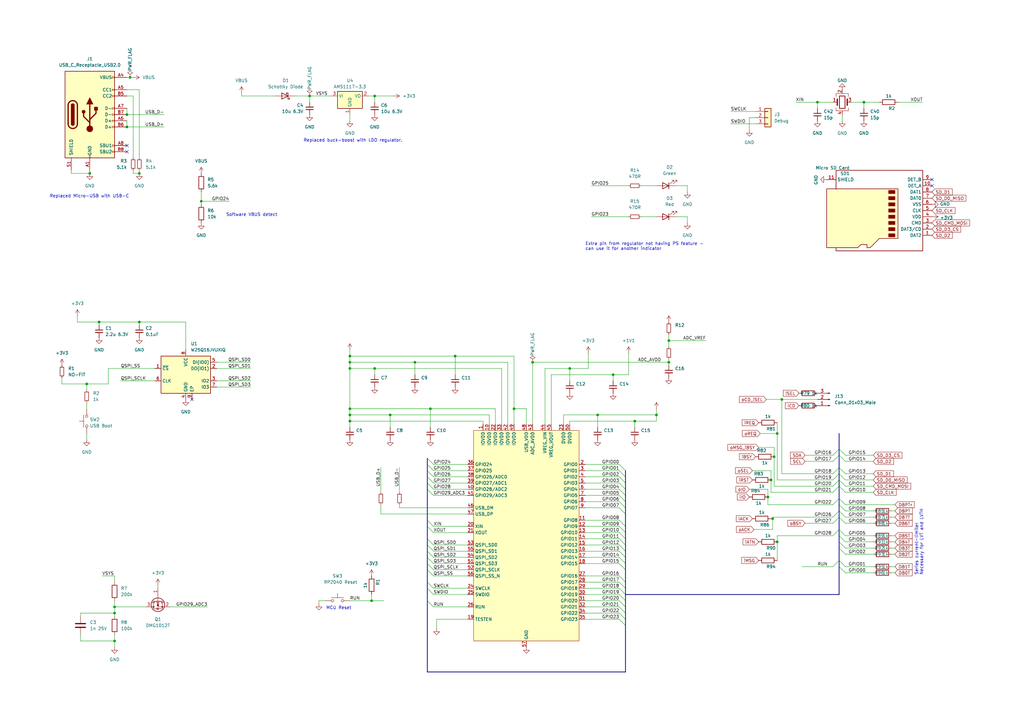
<source format=kicad_sch>
(kicad_sch (version 20231120) (generator "eeschema") (generator_version "8.0")
  (paper "A3")
  (junction (at 314.96 203.835))
  (junction (at 260.35 172.72))
  (junction (at 170.18 148.59))
  (junction (at 210.82 167.64))
  (junction (at 143.51 170.18))
  (junction (at 153.67 151.13))
  (junction (at 82.55 82.55))
  (junction (at 318.77 222.25))
  (junction (at 335.28 41.91))
  (junction (at 186.69 146.05))
  (junction (at 320.675 163.83))
  (junction (at 46.99 262.89))
  (junction (at 52.07 52.07))
  (junction (at 152.4 246.38))
  (junction (at 143.51 167.64))
  (junction (at 316.23 196.85))
  (junction (at 354.33 41.91))
  (junction (at 46.99 251.46))
  (junction (at 245.11 170.18))
  (junction (at 160.02 170.18))
  (junction (at 53.34 31.75))
  (junction (at 176.53 167.64))
  (junction (at 153.67 39.37))
  (junction (at 316.865 212.725))
  (junction (at 46.99 248.92))
  (junction (at 40.64 132.08))
  (junction (at 143.51 172.72))
  (junction (at 36.83 71.12))
  (junction (at 318.77 177.8))
  (junction (at 269.24 170.18))
  (junction (at 52.07 46.99))
  (junction (at 218.44 148.59))
  (junction (at 35.56 157.48))
  (junction (at 143.51 146.05))
  (junction (at 143.51 148.59))
  (junction (at 127 39.37))
  (junction (at 317.5 187.325))
  (junction (at 57.15 71.12))
  (junction (at 57.15 132.08))
  (junction (at 274.32 139.7))
  (junction (at 143.51 151.13))
  (junction (at 233.68 151.13))
  (junction (at 251.46 153.67))
  (junction (at 274.32 148.59))
  (no_connect (at 382.27 76.2))
  (no_connect (at 78.74 163.83))
  (no_connect (at 52.07 59.69))
  (no_connect (at 52.07 62.23))
  (no_connect (at 382.27 73.66))
  (bus_entry (at 175.26 190.5) (size 2.54 2.54))
  (bus_entry (at 254 200.66) (size 2.54 2.54))
  (bus_entry (at 175.26 246.38) (size 2.54 2.54))
  (bus_entry (at 344.17 222.25) (size 2.54 2.54))
  (bus_entry (at 254 248.92) (size 2.54 2.54))
  (bus_entry (at 254 226.06) (size 2.54 2.54))
  (bus_entry (at 254 198.12) (size 2.54 2.54))
  (bus_entry (at 341.63 219.71) (size 2.54 -2.54))
  (bus_entry (at 254 238.76) (size 2.54 2.54))
  (bus_entry (at 344.17 232.41) (size 2.54 2.54))
  (bus_entry (at 344.17 219.71) (size 2.54 2.54))
  (bus_entry (at 175.26 213.36) (size 2.54 2.54))
  (bus_entry (at 341.63 207.01) (size 2.54 -2.54))
  (bus_entry (at 175.26 193.04) (size 2.54 2.54))
  (bus_entry (at 175.26 195.58) (size 2.54 2.54))
  (bus_entry (at 341.63 194.31) (size 2.54 -2.54))
  (bus_entry (at 344.17 196.85) (size 2.54 2.54))
  (bus_entry (at 175.26 226.06) (size 2.54 2.54))
  (bus_entry (at 175.26 223.52) (size 2.54 2.54))
  (bus_entry (at 175.26 233.68) (size 2.54 2.54))
  (bus_entry (at 344.17 186.69) (size 2.54 2.54))
  (bus_entry (at 175.26 241.3) (size 2.54 2.54))
  (bus_entry (at 341.63 232.41) (size 2.54 -2.54))
  (bus_entry (at 344.17 199.39) (size 2.54 2.54))
  (bus_entry (at 344.17 204.47) (size 2.54 2.54))
  (bus_entry (at 254 228.6) (size 2.54 2.54))
  (bus_entry (at 254 236.22) (size 2.54 2.54))
  (bus_entry (at 344.17 194.31) (size 2.54 2.54))
  (bus_entry (at 254 218.44) (size 2.54 2.54))
  (bus_entry (at 254 246.38) (size 2.54 2.54))
  (bus_entry (at 175.26 187.96) (size 2.54 2.54))
  (bus_entry (at 254 193.04) (size 2.54 2.54))
  (bus_entry (at 254 215.9) (size 2.54 2.54))
  (bus_entry (at 344.17 217.17) (size 2.54 2.54))
  (bus_entry (at 254 190.5) (size 2.54 2.54))
  (bus_entry (at 344.17 184.15) (size 2.54 2.54))
  (bus_entry (at 175.26 200.66) (size 2.54 2.54))
  (bus_entry (at 254 223.52) (size 2.54 2.54))
  (bus_entry (at 254 241.3) (size 2.54 2.54))
  (bus_entry (at 341.63 189.23) (size 2.54 -2.54))
  (bus_entry (at 344.17 212.09) (size 2.54 2.54))
  (bus_entry (at 175.26 238.76) (size 2.54 2.54))
  (bus_entry (at 254 251.46) (size 2.54 2.54))
  (bus_entry (at 344.17 191.77) (size 2.54 2.54))
  (bus_entry (at 254 205.74) (size 2.54 2.54))
  (bus_entry (at 254 195.58) (size 2.54 2.54))
  (bus_entry (at 254 203.2) (size 2.54 2.54))
  (bus_entry (at 254 254) (size 2.54 2.54))
  (bus_entry (at 175.26 220.98) (size 2.54 2.54))
  (bus_entry (at 344.17 207.01) (size 2.54 2.54))
  (bus_entry (at 254 220.98) (size 2.54 2.54))
  (bus_entry (at 344.17 209.55) (size 2.54 2.54))
  (bus_entry (at 254 231.14) (size 2.54 2.54))
  (bus_entry (at 175.26 231.14) (size 2.54 2.54))
  (bus_entry (at 254 243.84) (size 2.54 2.54))
  (bus_entry (at 344.17 224.79) (size 2.54 2.54))
  (bus_entry (at 175.26 228.6) (size 2.54 2.54))
  (bus_entry (at 341.63 212.09) (size 2.54 -2.54))
  (bus_entry (at 341.63 201.93) (size 2.54 -2.54))
  (bus_entry (at 341.63 199.39) (size 2.54 -2.54))
  (bus_entry (at 344.17 229.87) (size 2.54 2.54))
  (bus_entry (at 175.26 198.12) (size 2.54 2.54))
  (bus_entry (at 341.63 186.69) (size 2.54 -2.54))
  (bus_entry (at 254 208.28) (size 2.54 2.54))
  (bus_entry (at 254 213.36) (size 2.54 2.54))
  (bus_entry (at 341.63 214.63) (size 2.54 -2.54))
  (bus_entry (at 175.26 215.9) (size 2.54 2.54))
  (bus_entry (at 341.63 196.85) (size 2.54 -2.54))
  (wire (pts (xy 367.03 209.55) (xy 365.76 209.55)))
  (wire (pts (xy 143.51 172.72) (xy 143.51 170.18)))
  (bus (pts (xy 175.26 193.04) (xy 175.26 195.58)))
  (bus (pts (xy 344.17 204.47) (xy 344.17 207.01)))
  (wire (pts (xy 326.39 41.91) (xy 335.28 41.91)))
  (bus (pts (xy 256.54 243.84) (xy 256.54 246.38)))
  (wire (pts (xy 49.53 156.21) (xy 63.5 156.21)))
  (bus (pts (xy 256.54 233.68) (xy 256.54 238.76)))
  (wire (pts (xy 177.8 223.52) (xy 191.77 223.52)))
  (wire (pts (xy 316.23 193.04) (xy 316.23 196.85)))
  (wire (pts (xy 367.03 214.63) (xy 365.76 214.63)))
  (wire (pts (xy 360.68 41.91) (xy 354.33 41.91)))
  (wire (pts (xy 240.03 193.04) (xy 254 193.04)))
  (wire (pts (xy 240.03 236.22) (xy 254 236.22)))
  (wire (pts (xy 76.2 132.08) (xy 76.2 143.51)))
  (wire (pts (xy 25.4 157.48) (xy 35.56 157.48)))
  (wire (pts (xy 35.56 157.48) (xy 35.56 160.02)))
  (wire (pts (xy 31.75 132.08) (xy 40.64 132.08)))
  (bus (pts (xy 175.26 228.6) (xy 175.26 231.14)))
  (bus (pts (xy 256.54 198.12) (xy 256.54 200.66)))
  (wire (pts (xy 163.83 191.77) (xy 163.83 201.93)))
  (wire (pts (xy 318.77 177.8) (xy 318.77 196.85)))
  (wire (pts (xy 177.8 228.6) (xy 191.77 228.6)))
  (wire (pts (xy 143.51 151.13) (xy 143.51 148.59)))
  (wire (pts (xy 318.77 196.85) (xy 341.63 196.85)))
  (bus (pts (xy 175.26 241.3) (xy 175.26 246.38)))
  (wire (pts (xy 378.46 41.91) (xy 368.3 41.91)))
  (wire (pts (xy 44.45 157.48) (xy 35.56 157.48)))
  (wire (pts (xy 64.77 240.03) (xy 64.77 241.3)))
  (wire (pts (xy 233.68 151.13) (xy 233.68 156.21)))
  (bus (pts (xy 344.17 209.55) (xy 344.17 212.09)))
  (bus (pts (xy 256.54 243.84) (xy 344.17 243.84)))
  (wire (pts (xy 269.24 170.18) (xy 269.24 172.72)))
  (bus (pts (xy 175.26 233.68) (xy 175.26 238.76)))
  (bus (pts (xy 175.26 220.98) (xy 175.26 223.52)))
  (wire (pts (xy 127 39.37) (xy 135.89 39.37)))
  (wire (pts (xy 143.51 170.18) (xy 160.02 170.18)))
  (bus (pts (xy 344.17 186.69) (xy 344.17 191.77)))
  (wire (pts (xy 367.03 224.79) (xy 365.76 224.79)))
  (wire (pts (xy 346.71 194.31) (xy 358.14 194.31)))
  (wire (pts (xy 330.2 186.69) (xy 341.63 186.69)))
  (wire (pts (xy 46.99 252.73) (xy 46.99 251.46)))
  (wire (pts (xy 346.71 227.33) (xy 358.14 227.33)))
  (wire (pts (xy 223.52 151.13) (xy 233.68 151.13)))
  (wire (pts (xy 316.865 212.09) (xy 341.63 212.09)))
  (wire (pts (xy 314.96 207.01) (xy 341.63 207.01)))
  (bus (pts (xy 344.17 191.77) (xy 344.17 194.31)))
  (wire (pts (xy 308.61 193.04) (xy 316.23 193.04)))
  (wire (pts (xy 274.32 139.7) (xy 289.56 139.7)))
  (wire (pts (xy 317.5 199.39) (xy 341.63 199.39)))
  (bus (pts (xy 256.54 254) (xy 256.54 256.54)))
  (wire (pts (xy 318.77 219.71) (xy 318.77 222.25)))
  (wire (pts (xy 346.71 212.09) (xy 358.14 212.09)))
  (wire (pts (xy 311.15 183.515) (xy 317.5 183.515)))
  (bus (pts (xy 256.54 208.28) (xy 256.54 210.82)))
  (wire (pts (xy 177.8 195.58) (xy 191.77 195.58)))
  (wire (pts (xy 170.18 148.59) (xy 208.28 148.59)))
  (wire (pts (xy 318.77 222.25) (xy 318.77 229.87)))
  (wire (pts (xy 52.07 44.45) (xy 52.07 46.99)))
  (wire (pts (xy 208.28 148.59) (xy 208.28 173.99)))
  (wire (pts (xy 88.9 156.21) (xy 102.87 156.21)))
  (wire (pts (xy 143.51 170.18) (xy 143.51 167.64)))
  (wire (pts (xy 314.325 163.83) (xy 320.675 163.83)))
  (wire (pts (xy 240.03 223.52) (xy 254 223.52)))
  (wire (pts (xy 44.45 151.13) (xy 44.45 157.48)))
  (bus (pts (xy 344.17 199.39) (xy 344.17 204.47)))
  (wire (pts (xy 316.23 201.93) (xy 316.23 196.85)))
  (wire (pts (xy 57.15 36.83) (xy 57.15 64.77)))
  (wire (pts (xy 223.52 151.13) (xy 223.52 173.99)))
  (wire (pts (xy 316.865 217.17) (xy 316.865 212.725)))
  (wire (pts (xy 274.32 148.59) (xy 274.32 149.86)))
  (wire (pts (xy 52.07 49.53) (xy 52.07 52.07)))
  (wire (pts (xy 240.03 228.6) (xy 254 228.6)))
  (wire (pts (xy 346.71 214.63) (xy 358.14 214.63)))
  (wire (pts (xy 311.785 177.8) (xy 318.77 177.8)))
  (wire (pts (xy 46.99 260.35) (xy 46.99 262.89)))
  (wire (pts (xy 260.35 172.72) (xy 269.24 172.72)))
  (bus (pts (xy 175.26 198.12) (xy 175.26 200.66)))
  (bus (pts (xy 344.17 194.31) (xy 344.17 196.85)))
  (wire (pts (xy 33.02 260.35) (xy 33.02 262.89)))
  (wire (pts (xy 307.34 200.66) (xy 314.96 200.66)))
  (wire (pts (xy 177.8 236.22) (xy 191.77 236.22)))
  (wire (pts (xy 269.24 167.64) (xy 269.24 170.18)))
  (wire (pts (xy 35.56 167.64) (xy 35.56 165.1)))
  (wire (pts (xy 177.8 203.2) (xy 191.77 203.2)))
  (bus (pts (xy 256.54 215.9) (xy 256.54 218.44)))
  (wire (pts (xy 52.07 46.99) (xy 67.31 46.99)))
  (wire (pts (xy 40.64 132.08) (xy 57.15 132.08)))
  (wire (pts (xy 127 39.37) (xy 127 41.91)))
  (wire (pts (xy 36.83 69.85) (xy 36.83 71.12)))
  (wire (pts (xy 33.02 262.89) (xy 46.99 262.89)))
  (wire (pts (xy 257.81 144.78) (xy 257.81 153.67)))
  (wire (pts (xy 153.67 39.37) (xy 161.29 39.37)))
  (wire (pts (xy 240.03 241.3) (xy 254 241.3)))
  (wire (pts (xy 318.77 173.355) (xy 318.77 177.8)))
  (wire (pts (xy 345.44 49.53) (xy 345.44 46.99)))
  (bus (pts (xy 344.17 229.87) (xy 344.17 232.41)))
  (wire (pts (xy 40.64 132.08) (xy 40.64 133.35)))
  (wire (pts (xy 251.46 153.67) (xy 257.81 153.67)))
  (wire (pts (xy 46.99 262.89) (xy 46.99 265.43)))
  (wire (pts (xy 367.03 219.71) (xy 365.76 219.71)))
  (wire (pts (xy 177.8 241.3) (xy 191.77 241.3)))
  (wire (pts (xy 233.68 173.99) (xy 233.68 172.72)))
  (wire (pts (xy 354.33 41.91) (xy 354.33 44.45)))
  (wire (pts (xy 82.55 82.55) (xy 93.98 82.55)))
  (wire (pts (xy 177.8 248.92) (xy 191.77 248.92)))
  (wire (pts (xy 177.8 198.12) (xy 191.77 198.12)))
  (wire (pts (xy 242.57 76.2) (xy 257.81 76.2)))
  (wire (pts (xy 52.07 31.75) (xy 53.34 31.75)))
  (wire (pts (xy 233.68 151.13) (xy 241.3 151.13)))
  (wire (pts (xy 69.85 248.92) (xy 85.09 248.92)))
  (wire (pts (xy 314.96 200.66) (xy 314.96 203.835)))
  (wire (pts (xy 262.89 88.9) (xy 269.24 88.9)))
  (bus (pts (xy 256.54 241.3) (xy 256.54 243.84)))
  (wire (pts (xy 160.02 170.18) (xy 200.66 170.18)))
  (wire (pts (xy 367.03 234.95) (xy 365.76 234.95)))
  (wire (pts (xy 82.55 82.55) (xy 82.55 83.82)))
  (wire (pts (xy 205.74 151.13) (xy 205.74 173.99)))
  (bus (pts (xy 256.54 228.6) (xy 256.54 231.14)))
  (wire (pts (xy 276.86 88.9) (xy 281.94 88.9)))
  (wire (pts (xy 346.71 219.71) (xy 358.14 219.71)))
  (bus (pts (xy 344.17 222.25) (xy 344.17 224.79)))
  (wire (pts (xy 143.51 167.64) (xy 143.51 151.13)))
  (wire (pts (xy 367.03 227.33) (xy 365.76 227.33)))
  (wire (pts (xy 99.06 38.1) (xy 99.06 39.37)))
  (wire (pts (xy 44.45 151.13) (xy 63.5 151.13)))
  (wire (pts (xy 179.07 254) (xy 179.07 257.81)))
  (wire (pts (xy 240.03 200.66) (xy 254 200.66)))
  (wire (pts (xy 215.9 167.64) (xy 210.82 167.64)))
  (bus (pts (xy 256.54 210.82) (xy 256.54 215.9)))
  (wire (pts (xy 316.23 201.93) (xy 341.63 201.93)))
  (wire (pts (xy 314.96 207.01) (xy 314.96 203.835)))
  (wire (pts (xy 240.03 231.14) (xy 254 231.14)))
  (wire (pts (xy 245.11 170.18) (xy 245.11 175.26)))
  (bus (pts (xy 256.54 218.44) (xy 256.54 220.98)))
  (wire (pts (xy 240.03 218.44) (xy 254 218.44)))
  (wire (pts (xy 186.69 146.05) (xy 210.82 146.05)))
  (wire (pts (xy 156.21 210.82) (xy 191.77 210.82)))
  (wire (pts (xy 328.93 232.41) (xy 341.63 232.41)))
  (wire (pts (xy 346.71 199.39) (xy 358.14 199.39)))
  (wire (pts (xy 29.21 71.12) (xy 36.83 71.12)))
  (wire (pts (xy 335.28 44.45) (xy 335.28 41.91)))
  (bus (pts (xy 256.54 223.52) (xy 256.54 226.06)))
  (wire (pts (xy 153.67 39.37) (xy 153.67 41.91)))
  (wire (pts (xy 240.03 215.9) (xy 254 215.9)))
  (wire (pts (xy 346.71 209.55) (xy 358.14 209.55)))
  (wire (pts (xy 153.67 151.13) (xy 205.74 151.13)))
  (wire (pts (xy 33.02 251.46) (xy 33.02 252.73)))
  (wire (pts (xy 233.68 172.72) (xy 260.35 172.72)))
  (wire (pts (xy 156.21 191.77) (xy 156.21 201.93)))
  (wire (pts (xy 177.8 231.14) (xy 191.77 231.14)))
  (wire (pts (xy 82.55 78.74) (xy 82.55 82.55)))
  (wire (pts (xy 317.5 199.39) (xy 317.5 187.325)))
  (wire (pts (xy 240.03 205.74) (xy 254 205.74)))
  (bus (pts (xy 256.54 248.92) (xy 256.54 251.46)))
  (wire (pts (xy 245.11 170.18) (xy 269.24 170.18)))
  (bus (pts (xy 175.26 190.5) (xy 175.26 193.04)))
  (wire (pts (xy 41.91 236.22) (xy 46.99 236.22)))
  (wire (pts (xy 156.21 210.82) (xy 156.21 207.01)))
  (wire (pts (xy 143.51 167.64) (xy 176.53 167.64)))
  (bus (pts (xy 175.26 223.52) (xy 175.26 226.06)))
  (wire (pts (xy 240.03 190.5) (xy 254 190.5)))
  (wire (pts (xy 88.9 158.75) (xy 102.87 158.75)))
  (wire (pts (xy 276.86 76.2) (xy 281.94 76.2)))
  (wire (pts (xy 203.2 167.64) (xy 203.2 173.99)))
  (wire (pts (xy 240.03 213.36) (xy 254 213.36)))
  (bus (pts (xy 344.17 207.01) (xy 344.17 209.55)))
  (wire (pts (xy 143.51 146.05) (xy 186.69 146.05)))
  (wire (pts (xy 317.5 183.515) (xy 317.5 187.325)))
  (wire (pts (xy 52.07 36.83) (xy 57.15 36.83)))
  (wire (pts (xy 152.4 243.84) (xy 152.4 246.38)))
  (wire (pts (xy 177.8 190.5) (xy 191.77 190.5)))
  (wire (pts (xy 320.675 163.83) (xy 335.28 163.83)))
  (wire (pts (xy 274.32 147.32) (xy 274.32 148.59)))
  (wire (pts (xy 346.71 207.01) (xy 367.03 207.01)))
  (wire (pts (xy 143.51 148.59) (xy 143.51 146.05)))
  (wire (pts (xy 52.07 52.07) (xy 67.31 52.07)))
  (bus (pts (xy 175.26 226.06) (xy 175.26 228.6)))
  (wire (pts (xy 57.15 69.85) (xy 57.15 71.12)))
  (wire (pts (xy 346.71 222.25) (xy 358.14 222.25)))
  (wire (pts (xy 281.94 76.2) (xy 281.94 78.74)))
  (bus (pts (xy 256.54 238.76) (xy 256.54 241.3)))
  (wire (pts (xy 177.8 233.68) (xy 191.77 233.68)))
  (wire (pts (xy 35.56 177.8) (xy 35.56 180.34)))
  (wire (pts (xy 54.61 69.85) (xy 54.61 71.12)))
  (wire (pts (xy 46.99 248.92) (xy 59.69 248.92)))
  (bus (pts (xy 256.54 193.04) (xy 256.54 195.58)))
  (wire (pts (xy 54.61 39.37) (xy 54.61 64.77)))
  (wire (pts (xy 99.06 39.37) (xy 113.03 39.37)))
  (wire (pts (xy 25.4 157.48) (xy 25.4 154.94)))
  (wire (pts (xy 320.675 194.31) (xy 341.63 194.31)))
  (wire (pts (xy 240.03 243.84) (xy 254 243.84)))
  (bus (pts (xy 256.54 205.74) (xy 256.54 208.28)))
  (wire (pts (xy 29.21 69.85) (xy 29.21 71.12)))
  (wire (pts (xy 346.71 234.95) (xy 358.14 234.95)))
  (wire (pts (xy 176.53 167.64) (xy 176.53 175.26)))
  (bus (pts (xy 344.17 224.79) (xy 344.17 229.87)))
  (wire (pts (xy 354.33 41.91) (xy 349.25 41.91)))
  (bus (pts (xy 256.54 226.06) (xy 256.54 228.6)))
  (wire (pts (xy 210.82 167.64) (xy 210.82 173.99)))
  (wire (pts (xy 346.71 232.41) (xy 358.14 232.41)))
  (wire (pts (xy 57.15 132.08) (xy 57.15 133.35)))
  (wire (pts (xy 177.8 243.84) (xy 191.77 243.84)))
  (wire (pts (xy 226.06 153.67) (xy 226.06 173.99)))
  (bus (pts (xy 344.17 232.41) (xy 344.17 243.84)))
  (wire (pts (xy 153.67 151.13) (xy 153.67 153.67)))
  (wire (pts (xy 160.02 170.18) (xy 160.02 175.26)))
  (wire (pts (xy 176.53 167.64) (xy 203.2 167.64)))
  (wire (pts (xy 120.65 39.37) (xy 127 39.37)))
  (bus (pts (xy 344.17 212.09) (xy 344.17 217.17)))
  (wire (pts (xy 299.72 50.8) (xy 309.88 50.8)))
  (wire (pts (xy 241.3 144.78) (xy 241.3 151.13)))
  (bus (pts (xy 344.17 184.15) (xy 344.17 186.69)))
  (wire (pts (xy 88.9 148.59) (xy 102.87 148.59)))
  (bus (pts (xy 175.26 231.14) (xy 175.26 233.68)))
  (bus (pts (xy 256.54 231.14) (xy 256.54 233.68)))
  (wire (pts (xy 231.14 170.18) (xy 245.11 170.18)))
  (wire (pts (xy 367.03 232.41) (xy 365.76 232.41)))
  (wire (pts (xy 46.99 236.22) (xy 46.99 238.76)))
  (wire (pts (xy 240.03 226.06) (xy 254 226.06)))
  (wire (pts (xy 151.13 39.37) (xy 153.67 39.37)))
  (wire (pts (xy 163.83 207.01) (xy 163.83 208.28)))
  (bus (pts (xy 256.54 203.2) (xy 256.54 205.74)))
  (wire (pts (xy 152.4 246.38) (xy 157.48 246.38)))
  (bus (pts (xy 344.17 177.8) (xy 344.17 184.15)))
  (bus (pts (xy 175.26 187.96) (xy 175.26 190.5)))
  (wire (pts (xy 240.03 254) (xy 254 254)))
  (wire (pts (xy 46.99 246.38) (xy 46.99 248.92)))
  (wire (pts (xy 163.83 208.28) (xy 191.77 208.28)))
  (wire (pts (xy 198.12 173.99) (xy 198.12 172.72)))
  (wire (pts (xy 318.77 219.71) (xy 341.63 219.71)))
  (wire (pts (xy 179.07 254) (xy 191.77 254)))
  (wire (pts (xy 240.03 248.92) (xy 254 248.92)))
  (wire (pts (xy 53.34 31.75) (xy 54.61 31.75)))
  (wire (pts (xy 231.14 173.99) (xy 231.14 170.18)))
  (bus (pts (xy 256.54 200.66) (xy 256.54 203.2)))
  (wire (pts (xy 210.82 146.05) (xy 210.82 167.64)))
  (wire (pts (xy 330.2 189.23) (xy 341.63 189.23)))
  (wire (pts (xy 316.23 212.725) (xy 316.865 212.725)))
  (wire (pts (xy 240.03 251.46) (xy 254 251.46)))
  (wire (pts (xy 31.75 129.54) (xy 31.75 132.08)))
  (wire (pts (xy 240.03 220.98) (xy 254 220.98)))
  (wire (pts (xy 335.28 41.91) (xy 341.63 41.91)))
  (wire (pts (xy 346.71 201.93) (xy 358.14 201.93)))
  (wire (pts (xy 130.81 246.38) (xy 130.81 247.65)))
  (wire (pts (xy 46.99 251.46) (xy 46.99 248.92)))
  (wire (pts (xy 320.675 163.83) (xy 320.675 194.31)))
  (bus (pts (xy 256.54 256.54) (xy 256.54 275.59)))
  (wire (pts (xy 218.44 148.59) (xy 218.44 173.99)))
  (wire (pts (xy 143.51 143.51) (xy 143.51 146.05)))
  (wire (pts (xy 346.71 186.69) (xy 358.14 186.69)))
  (wire (pts (xy 186.69 146.05) (xy 186.69 153.67)))
  (bus (pts (xy 344.17 219.71) (xy 344.17 222.25)))
  (wire (pts (xy 177.8 193.04) (xy 191.77 193.04)))
  (wire (pts (xy 240.03 208.28) (xy 254 208.28)))
  (bus (pts (xy 175.26 213.36) (xy 175.26 215.9)))
  (bus (pts (xy 175.26 238.76) (xy 175.26 241.3)))
  (wire (pts (xy 240.03 198.12) (xy 254 198.12)))
  (wire (pts (xy 226.06 153.67) (xy 251.46 153.67)))
  (wire (pts (xy 177.8 215.9) (xy 191.77 215.9)))
  (wire (pts (xy 242.57 88.9) (xy 257.81 88.9)))
  (wire (pts (xy 346.71 189.23) (xy 358.14 189.23)))
  (bus (pts (xy 256.54 220.98) (xy 256.54 223.52)))
  (wire (pts (xy 240.03 246.38) (xy 254 246.38)))
  (bus (pts (xy 256.54 195.58) (xy 256.54 198.12)))
  (bus (pts (xy 175.26 246.38) (xy 175.26 275.59)))
  (wire (pts (xy 251.46 153.67) (xy 251.46 156.21)))
  (bus (pts (xy 175.26 195.58) (xy 175.26 198.12)))
  (wire (pts (xy 177.8 226.06) (xy 191.77 226.06)))
  (wire (pts (xy 46.99 251.46) (xy 33.02 251.46)))
  (wire (pts (xy 274.32 137.16) (xy 274.32 139.7)))
  (wire (pts (xy 143.51 246.38) (xy 152.4 246.38)))
  (wire (pts (xy 88.9 151.13) (xy 102.87 151.13)))
  (wire (pts (xy 307.34 48.26) (xy 307.34 53.34)))
  (wire (pts (xy 177.8 218.44) (xy 191.77 218.44)))
  (wire (pts (xy 52.07 39.37) (xy 54.61 39.37)))
  (wire (pts (xy 143.51 46.99) (xy 143.51 49.53)))
  (bus (pts (xy 256.54 246.38) (xy 256.54 248.92)))
  (wire (pts (xy 274.32 139.7) (xy 274.32 142.24)))
  (bus (pts (xy 344.17 217.17) (xy 344.17 219.71)))
  (wire (pts (xy 177.8 200.66) (xy 191.77 200.66)))
  (bus (pts (xy 256.54 251.46) (xy 256.54 254)))
  (bus (pts (xy 344.17 196.85) (xy 344.17 199.39)))
  (wire (pts (xy 240.03 238.76) (xy 254 238.76)))
  (wire (pts (xy 218.44 148.59) (xy 274.32 148.59)))
  (wire (pts (xy 367.03 222.25) (xy 365.76 222.25)))
  (wire (pts (xy 262.89 76.2) (xy 269.24 76.2)))
  (wire (pts (xy 240.03 203.2) (xy 254 203.2)))
  (wire (pts (xy 309.245 217.17) (xy 316.865 217.17)))
  (wire (pts (xy 143.51 172.72) (xy 198.12 172.72)))
  (bus (pts (xy 175.26 200.66) (xy 175.26 213.36)))
  (wire (pts (xy 346.71 224.79) (xy 358.14 224.79)))
  (wire (pts (xy 200.66 170.18) (xy 200.66 173.99)))
  (wire (pts (xy 330.2 214.63) (xy 341.63 214.63)))
  (bus (pts (xy 175.26 215.9) (xy 175.26 220.98)))
  (wire (pts (xy 281.94 88.9) (xy 281.94 91.44)))
  (wire (pts (xy 316.865 212.09) (xy 316.865 212.725)))
  (wire (pts (xy 143.51 151.13) (xy 153.67 151.13)))
  (wire (pts (xy 57.15 132.08) (xy 76.2 132.08)))
  (wire (pts (xy 54.61 71.12) (xy 57.15 71.12)))
  (wire (pts (xy 299.72 45.72) (xy 309.88 45.72)))
  (bus (pts (xy 175.26 275.59) (xy 256.54 275.59)))
  (wire (pts (xy 240.03 195.58) (xy 254 195.58)))
  (wire (pts (xy 170.18 148.59) (xy 170.18 153.67)))
  (wire (pts (xy 346.71 196.85) (xy 358.14 196.85)))
  (wire (pts (xy 367.03 212.09) (xy 365.76 212.09)))
  (wire (pts (xy 133.35 246.38) (xy 130.81 246.38)))
  (wire (pts (xy 143.51 148.59) (xy 170.18 148.59)))
  (wire (pts (xy 215.9 167.64) (xy 215.9 173.99)))
  (wire (pts (xy 143.51 172.72) (xy 143.51 175.26)))
  (wire (pts (xy 260.35 172.72) (xy 260.35 175.26)))
  (wire (pts (xy 309.88 48.26) (xy 307.34 48.26)))
  (text "Replaced buck-boost with LDO regulator." (at 124.46 58.42 0) (effects (font (size 1.27 1.27)) (justify left bottom)))
  (text "Replaced Micro-USB with USB-C" (at 20.32 81.28 0) (effects (font (size 1.27 1.27)) (justify left bottom)))
  (text "Extra pin from regulator not having PS feature -\ncan use it for another indicator\n" (at 240.03 102.87 0) (effects (font (size 1.27 1.27)) (justify left bottom)))
  (text "Software VBUS detect" (at 92.71 88.9 0) (effects (font (size 1.27 1.27)) (justify left bottom)))
  (text "MCU Reset" (at 138.938 249.428 0) (effects (font (size 1.27 1.27))))
  (text "Series current-limiter\nNecessary for LVT and LVTH" (at 378.714 235.966 90) (effects (font (size 1.27 1.27)) (justify left bottom)))
  (label "GPIO10" (at 347.98 201.93 0))
  (label "GPIO05" (at 254 203.2 180))
  (label "GPIO09" (at 254 215.9 180))
  (label "GPIO07" (at 254 208.28 180))
  (label "GPIO16" (at 334.01 186.69 0))
  (label "QSPI_SD0" (at 102.87 148.59 180))
  (label "QSPI_SD2" (at 177.8 228.6 0))
  (label "GPIO06" (at 254 205.74 180))
  (label "GPIO00" (at 347.98 234.95 0))
  (label "XIN" (at 177.8 215.9 0))
  (label "XOUT" (at 177.8 218.44 0))
  (label "GPIO26" (at 177.8 195.58 0))
  (label "GPIO21" (at 254 248.92 180))
  (label "GPIO09" (at 347.98 207.01 0))
  (label "GPIO00" (at 254 190.5 180))
  (label "GPIO07" (at 347.98 212.09 0))
  (label "QSPI_SD3" (at 102.87 158.75 180))
  (label "GPIO10" (at 254 218.44 180))
  (label "VSYS" (at 41.91 236.22 0))
  (label "GPIO15" (at 347.98 186.69 0))
  (label "ADC_AVDD" (at 261.62 148.59 0))
  (label "GPIO08" (at 347.98 209.55 0))
  (label "GPIO22" (at 334.01 207.01 0))
  (label "XIN" (at 326.39 41.91 0))
  (label "GPIO02" (at 254 195.58 180))
  (label "GPIO06" (at 347.98 214.63 0))
  (label "QSPI_SD1" (at 177.8 226.06 0))
  (label "GPIO03" (at 347.98 224.79 0))
  (label "GPIO20" (at 254 246.38 180))
  (label "GPIO19" (at 254 243.84 180))
  (label "GPIO20" (at 334.01 199.39 0))
  (label "GPIO25" (at 242.57 76.2 0))
  (label "GPIO26" (at 334.01 212.09 0))
  (label "GPIO04" (at 254 200.66 180))
  (label "USB_D-" (at 67.31 46.99 180))
  (label "GPIO14" (at 347.98 189.23 0))
  (label "USB_D-" (at 163.83 191.77 270))
  (label "SWCLK" (at 299.72 45.72 0))
  (label "GPIO23" (at 242.57 88.9 0))
  (label "GPIO01" (at 254 193.04 180))
  (label "GPIO27" (at 177.8 198.12 0))
  (label "GPIO17" (at 334.01 189.23 0))
  (label "GPIO29_ADC3" (at 85.09 248.92 180))
  (label "QSPI_SD0" (at 177.8 223.52 0))
  (label "GPIO08" (at 254 213.36 180))
  (label "GPIO25" (at 177.8 193.04 0))
  (label "QSPI_SD3" (at 177.8 231.14 0))
  (label "QSPI_SD1" (at 102.87 151.13 180))
  (label "GPIO14" (at 254 228.6 180))
  (label "GPIO11" (at 347.98 199.39 0))
  (label "XOUT" (at 378.46 41.91 180))
  (label "GPIO19" (at 334.01 196.85 0))
  (label "GPIO13" (at 347.98 194.31 0))
  (label "GPIO05" (at 347.98 219.71 0))
  (label "GPIO24" (at 177.8 190.5 0))
  (label "RUN" (at 143.51 246.38 0))
  (label "SWDIO" (at 299.72 50.8 0))
  (label "GPIO28" (at 177.8 200.66 0))
  (label "USB_D+" (at 156.21 191.77 270))
  (label "GPIO11" (at 254 220.98 180))
  (label "GPIO18" (at 254 241.3 180))
  (label "GPIO18" (at 334.01 194.31 0))
  (label "GPIO27" (at 334.01 214.63 0))
  (label "QSPI_SS" (at 177.8 236.22 0))
  (label "GPIO22" (at 254 251.46 180))
  (label "GPIO23" (at 254 254 180))
  (label "USB_D+" (at 67.31 52.07 180))
  (label "VSYS" (at 129.54 39.37 0))
  (label "GPIO29_ADC3" (at 177.8 203.2 0))
  (label "GPIO04" (at 347.98 222.25 0))
  (label "GPIO28" (at 334.01 219.71 0))
  (label "GPIO12" (at 254 223.52 180))
  (label "GPIO16" (at 254 236.22 180))
  (label "QSPI_SCLK" (at 49.53 156.21 0))
  (label "RUN" (at 335.28 232.41 0))
  (label "ADC_VREF" (at 289.56 139.7 180))
  (label "GPIO01" (at 347.98 232.41 0))
  (label "GPIO15" (at 254 231.14 180))
  (label "GPIO12" (at 347.98 196.85 0))
  (label "QSPI_SS" (at 49.53 151.13 0))
  (label "QSPI_SCLK" (at 177.8 233.68 0))
  (label "GPIO17" (at 254 238.76 180))
  (label "GPIO02" (at 347.98 227.33 0))
  (label "SWCLK" (at 177.8 241.3 0))
  (label "GPIO03" (at 254 198.12 180))
  (label "RUN" (at 177.8 248.92 0))
  (label "GPIO13" (at 254 226.06 180))
  (label "GPIO21" (at 334.01 201.93 0))
  (label "GPIO24" (at 93.98 82.55 180))
  (label "SWDIO" (at 177.8 243.84 0))
  (label "QSPI_SD2" (at 102.87 156.21 180))
  (global_label "oSEL" (shape input) (at 308.61 193.04 180) (property "Intersheetrefs" "${INTERSHEET_REFS}" (effects (hide yes))))
  (global_label "SD_D3_CS" (shape input) (at 382.27 93.98 0) (property "Intersheetrefs" "${INTERSHEET_REFS}" (effects (hide yes))))
  (global_label "DB5T" (shape input) (at 367.03 219.71 0) (property "Intersheetrefs" "${INTERSHEET_REFS}" (effects (hide yes))))
  (global_label "SDA" (shape input) (at 330.2 186.69 180) (property "Intersheetrefs" "${INTERSHEET_REFS}" (effects (hide yes))))
  (global_label "DB6T" (shape input) (at 367.03 214.63 0) (property "Intersheetrefs" "${INTERSHEET_REFS}" (effects (hide yes))))
  (global_label "SD_D0_MISO" (shape input) (at 382.27 81.28 0) (property "Intersheetrefs" "${INTERSHEET_REFS}" (effects (hide yes))))
  (global_label "iSEL" (shape input) (at 327.66 161.29 180) (property "Intersheetrefs" "${INTERSHEET_REFS}" (effects (hide yes))))
  (global_label "iMSG" (shape input) (at 311.15 229.87 180) (property "Intersheetrefs" "${INTERSHEET_REFS}" (effects (hide yes))))
  (global_label "oREQ" (shape input) (at 311.785 177.8 180) (property "Intersheetrefs" "${INTERSHEET_REFS}" (effects (hide yes))))
  (global_label "DB0T" (shape input) (at 367.03 234.95 0) (property "Intersheetrefs" "${INTERSHEET_REFS}" (effects (hide yes))))
  (global_label "SD_CMD_MOSI" (shape input) (at 382.27 91.44 0) (property "Intersheetrefs" "${INTERSHEET_REFS}" (effects (hide yes))))
  (global_label "iREQ" (shape input) (at 311.15 173.355 180) (property "Intersheetrefs" "${INTERSHEET_REFS}" (effects (hide yes))))
  (global_label "SD_CMD_MOSI" (shape input) (at 358.14 199.39 0) (property "Intersheetrefs" "${INTERSHEET_REFS}" (effects (hide yes))))
  (global_label "DB2T" (shape input) (at 367.03 227.33 0) (property "Intersheetrefs" "${INTERSHEET_REFS}" (effects (hide yes))))
  (global_label "iACK" (shape input) (at 308.61 212.725 180) (property "Intersheetrefs" "${INTERSHEET_REFS}" (effects (hide yes))))
  (global_label "DB4T" (shape input) (at 367.03 222.25 0) (property "Intersheetrefs" "${INTERSHEET_REFS}" (effects (hide yes))))
  (global_label "oBSY" (shape input) (at 330.2 214.63 180) (property "Intersheetrefs" "${INTERSHEET_REFS}" (effects (hide yes))))
  (global_label "SD_CLK" (shape input) (at 358.14 201.93 0) (property "Intersheetrefs" "${INTERSHEET_REFS}" (effects (hide yes))))
  (global_label "iBSY" (shape input) (at 309.88 187.325 180) (property "Intersheetrefs" "${INTERSHEET_REFS}" (effects (hide yes))))
  (global_label "SD_D2" (shape input) (at 358.14 189.23 0) (property "Intersheetrefs" "${INTERSHEET_REFS}" (effects (hide yes))))
  (global_label "iCD" (shape input) (at 327.66 166.37 180) (property "Intersheetrefs" "${INTERSHEET_REFS}" (effects (hide yes))))
  (global_label "SD_D1" (shape input) (at 382.27 78.74 0) (property "Intersheetrefs" "${INTERSHEET_REFS}" (effects (hide yes))))
  (global_label "oMSG_iBSY" (shape input) (at 311.15 183.515 180) (property "Intersheetrefs" "${INTERSHEET_REFS}" (effects (hide yes))))
  (global_label "iIO" (shape input) (at 307.34 203.835 180) (property "Intersheetrefs" "${INTERSHEET_REFS}" (effects (hide yes))))
  (global_label "oACK" (shape input) (at 309.245 217.17 180) (property "Intersheetrefs" "${INTERSHEET_REFS}" (effects (hide yes))))
  (global_label "DBPTr" (shape input) (at 367.03 207.01 0) (property "Intersheetrefs" "${INTERSHEET_REFS}" (effects (hide yes))))
  (global_label "SD_CLK" (shape input) (at 382.27 86.36 0) (property "Intersheetrefs" "${INTERSHEET_REFS}" (effects (hide yes))))
  (global_label "SD_D3_CS" (shape input) (at 358.14 186.69 0) (property "Intersheetrefs" "${INTERSHEET_REFS}" (effects (hide yes))))
  (global_label "iRST" (shape input) (at 308.61 196.85 180) (property "Intersheetrefs" "${INTERSHEET_REFS}" (effects (hide yes))))
  (global_label "DBPT" (shape input) (at 367.03 209.55 0) (property "Intersheetrefs" "${INTERSHEET_REFS}" (effects (hide yes))))
  (global_label "oIO" (shape input) (at 307.34 200.66 180) (property "Intersheetrefs" "${INTERSHEET_REFS}" (effects (hide yes))))
  (global_label "SCL" (shape input) (at 330.2 189.23 180) (property "Intersheetrefs" "${INTERSHEET_REFS}" (effects (hide yes))))
  (global_label "SD_D1" (shape input) (at 358.14 194.31 0) (property "Intersheetrefs" "${INTERSHEET_REFS}" (effects (hide yes))))
  (global_label "oCD_iSEL" (shape input) (at 314.325 163.83 180) (property "Intersheetrefs" "${INTERSHEET_REFS}" (effects (hide yes))))
  (global_label "SD_D2" (shape input) (at 382.27 96.52 0) (property "Intersheetrefs" "${INTERSHEET_REFS}" (effects (hide yes))))
  (global_label "SD_D0_MISO" (shape input) (at 358.14 196.85 0) (property "Intersheetrefs" "${INTERSHEET_REFS}" (effects (hide yes))))
  (global_label "iATN" (shape input) (at 311.15 222.25 180) (property "Intersheetrefs" "${INTERSHEET_REFS}" (effects (hide yes))))
  (global_label "DB3T" (shape input) (at 367.03 224.79 0) (property "Intersheetrefs" "${INTERSHEET_REFS}" (effects (hide yes))))
  (global_label "DB1T" (shape input) (at 367.03 232.41 0) (property "Intersheetrefs" "${INTERSHEET_REFS}" (effects (hide yes))))
  (global_label "DB7T" (shape input) (at 367.03 212.09 0) (property "Intersheetrefs" "${INTERSHEET_REFS}" (effects (hide yes))))
  (symbol (lib_id "Device:C_Small") (at 335.28 46.99 0) (unit 1)
    (property "Reference" "C42" (at 337.82 45.7262 0) (effects (justify left)))
    (property "Value" "15p" (at 337.82 48.2662 0) (effects (justify left)))
    (property "Footprint" "Capacitor_SMD:C_0603_1608Metric" (effects (hide yes)))
    (property "Description" "Unpolarized capacitor, small symbol" (effects (hide yes)))
    (property "LCSC" "C1644" (effects (hide yes)))
  )
  (symbol (lib_id "power:+3V3") (at 274.32 132.08 0) (unit 1)
    (property "Reference" "#PWR035" (effects (hide yes)))
    (property "Value" "+3V3" (effects (hide yes)))
  )
  (symbol (lib_id "Device:R") (at 361.95 222.25 90) (unit 1)
    (property "Reference" "R91" (at 360.68 222.25 90))
    (property "Value" "1k" (at 363.22 222.25 90))
    (property "Footprint" "Resistor_SMD:R_0402_1005Metric" (effects (hide yes)))
    (property "LCSC" "C11702" (effects (hide yes)))
  )
  (symbol (lib_id "power:GND") (at 127 46.99 0) (unit 1)
    (property "Reference" "#PWR014" (effects (hide yes)))
    (property "Value" "GND" (at 127 52.07 0))
  )
  (symbol (lib_id "Device:R") (at 46.99 256.54 0) (unit 1)
    (property "Reference" "R8" (at 49.53 255.2699 0) (effects (justify left)))
    (property "Value" "100k" (at 49.53 257.8099 0) (effects (justify left)))
    (property "Footprint" "Resistor_SMD:R_0402_1005Metric" (effects (hide yes)))
    (property "Description" "100k 1% 63mW" (effects (hide yes)))
    (property "LCSC" "C25741" (effects (hide yes)))
    (property "Part Number" "RC0402FR-07100KL" (effects (hide yes)))
  )
  (symbol (lib_id "Memory_Flash:W25Q32JVZP") (at 76.2 153.67 0) (unit 1)
    (property "Reference" "U1" (at 78.2194 140.97 0) (effects (justify left)))
    (property "Value" "W25Q16JVUXIQ" (at 78.2194 143.51 0) (effects (justify left)))
    (property "Footprint" "Package_SON:Winbond_USON-8-1EP_3x2mm_P0.5mm_EP0.2x1.6mm" (effects (hide yes)))
    (property "LCSC" "C2843335" (effects (hide yes)))
    (property "Part Number" "W25Q16JVUXIQ" (effects (hide yes)))
  )
  (symbol (lib_id "power:GND") (at 186.69 158.75 0) (unit 1)
    (property "Reference" "#PWR025" (effects (hide yes)))
    (property "Value" "GND" (effects (hide yes)))
  )
  (symbol (lib_id "Device:R") (at 364.49 41.91 270) (unit 1)
    (property "Reference" "R2" (at 365.76 44.45 90))
    (property "Value" "1k" (at 364.49 39.37 90))
    (property "Footprint" "Resistor_SMD:R_0402_1005Metric" (effects (hide yes)))
    (property "LCSC" "C11702" (effects (hide yes)))
  )
  (symbol (lib_id "power:GND") (at 245.11 180.34 0) (unit 1)
    (property "Reference" "#PWR030" (effects (hide yes)))
    (property "Value" "GND" (effects (hide yes)))
  )
  (symbol (lib_id "Device:C_Small") (at 153.67 156.21 0) (unit 1)
    (property "Reference" "C7" (at 156.21 154.9462 0) (effects (justify left)))
    (property "Value" "0.1uF" (effects (hide yes)))
    (property "Footprint" "Capacitor_SMD:C_0402_1005Metric" (effects (hide yes)))
    (property "LCSC" "C307331" (effects (hide yes)))
    (property "Part Number" "CL03A104KQ3NNNC" (effects (hide yes)))
  )
  (symbol (lib_id "power:+3V3") (at 161.29 39.37 270) (unit 1)
    (property "Reference" "#PWR021" (effects (hide yes)))
    (property "Value" "+3V3" (at 165.1 39.3699 90) (effects (justify left)))
  )
  (symbol (lib_id "Device:R_Small") (at 274.32 144.78 0) (unit 1)
    (property "Reference" "R13" (effects (hide yes)))
    (property "Value" "1R" (effects (hide yes)))
    (property "Footprint" "Resistor_SMD:R_0402_1005Metric" (effects (hide yes)))
    (property "Description" "1R 1% 63mW" (effects (hide yes)))
    (property "LCSC" "C25086" (effects (hide yes)))
    (property "Part Number" "RC0402FR-071RL" (effects (hide yes)))
  )
  (symbol (lib_id "Device:R") (at 361.95 232.41 90) (unit 1)
    (property "Reference" "R95" (at 360.68 232.41 90))
    (property "Value" "1k" (at 363.22 232.41 90))
    (property "Footprint" "Resistor_SMD:R_0402_1005Metric" (effects (hide yes)))
    (property "LCSC" "C11702" (effects (hide yes)))
  )
  (symbol (lib_id "power:GND") (at 160.02 180.34 0) (unit 1)
    (property "Reference" "#PWR022" (effects (hide yes)))
    (property "Value" "GND" (effects (hide yes)))
  )
  (symbol (lib_id "power:GND") (at 233.68 161.29 0) (unit 1)
    (property "Reference" "#PWR028" (effects (hide yes)))
    (property "Value" "GND" (effects (hide yes)))
  )
  (symbol (lib_id "Device:R") (at 313.69 187.325 90) (unit 1)
    (property "Reference" "R82" (at 312.42 184.785 90))
    (property "Value" "1k" (at 313.69 189.865 90))
    (property "Footprint" "Resistor_SMD:R_0402_1005Metric" (effects (hide yes)))
    (property "LCSC" "C11702" (effects (hide yes)))
  )
  (symbol (lib_id "power:GND") (at 170.18 158.75 0) (unit 1)
    (property "Reference" "#PWR023" (effects (hide yes)))
    (property "Value" "GND" (effects (hide yes)))
  )
  (symbol (lib_id "Device:R_Small") (at 274.32 134.62 0) (unit 1)
    (property "Reference" "R12" (at 276.86 133.3499 0) (effects (justify left)))
    (property "Value" "200R" (effects (hide yes)))
    (property "Footprint" "Resistor_SMD:R_0402_1005Metric" (effects (hide yes)))
    (property "Description" "200R 1% 100mW" (effects (hide yes)))
    (property "LCSC" "C25087" (effects (hide yes)))
    (property "Part Number" "RMCF0603FT200R" (effects (hide yes)))
  )
  (symbol (lib_id "Device:R") (at 361.95 224.79 90) (unit 1)
    (property "Reference" "R92" (at 360.68 224.79 90))
    (property "Value" "1k" (at 363.22 224.79 90))
    (property "Footprint" "Resistor_SMD:R_0402_1005Metric" (effects (hide yes)))
    (property "LCSC" "C11702" (effects (hide yes)))
  )
  (symbol (lib_id "power:GND") (at 339.09 73.66 270) (unit 1)
    (property "Reference" "#PWR020" (effects (hide yes)))
    (property "Value" "GND" (at 334.6958 73.787 0))
  )
  (symbol (lib_id "Device:R") (at 314.96 173.355 270) (unit 1)
    (property "Reference" "R81" (at 316.23 175.895 90))
    (property "Value" "1k" (at 314.96 170.815 90))
    (property "Footprint" "Resistor_SMD:R_0402_1005Metric" (effects (hide yes)))
    (property "LCSC" "C11702" (effects (hide yes)))
  )
  (symbol (lib_id "Device:C_Small") (at 160.02 177.8 0) (unit 1)
    (property "Reference" "C8" (at 162.56 176.5362 0) (effects (justify left)))
    (property "Value" "0.1uF" (effects (hide yes)))
    (property "Footprint" "Capacitor_SMD:C_0402_1005Metric" (effects (hide yes)))
    (property "LCSC" "C307331" (effects (hide yes)))
    (property "Part Number" "CL03A104KQ3NNNC" (effects (hide yes)))
  )
  (symbol (lib_id "power:GND") (at 281.94 91.44 0) (unit 1)
    (property "Reference" "#PWR046" (effects (hide yes)))
    (property "Value" "GND" (at 281.94 96.52 0))
  )
  (symbol (lib_id "Device:C_Small") (at 233.68 158.75 0) (unit 1)
    (property "Reference" "C12" (at 236.22 157.4862 0) (effects (justify left)))
    (property "Value" "2.2u 6.3V" (effects (hide yes)))
    (property "Footprint" "Capacitor_SMD:C_0402_1005Metric" (effects (hide yes)))
    (property "LCSC" "C12530" (effects (hide yes)))
    (property "Part Number" "CL05A225KQ5NNNC" (effects (hide yes)))
  )
  (symbol (lib_id "Device:R_Small") (at 35.56 162.56 0) (unit 1)
    (property "Reference" "R2" (at 38.1 161.2899 0) (effects (justify left)))
    (property "Value" "1k" (at 38.1 163.8299 0) (effects (justify left)))
    (property "Footprint" "Resistor_SMD:R_0402_1005Metric" (effects (hide yes)))
    (property "Description" "1k 1% 63mW" (effects (hide yes)))
    (property "LCSC" "C11702" (effects (hide yes)))
    (property "Part Number" "RC0402FR-071KL" (effects (hide yes)))
  )
  (symbol (lib_id "Device:LED") (at 273.05 88.9 180) (unit 1)
    (property "Reference" "D3" (at 274.6375 81.28 0))
    (property "Value" "Red" (at 274.6375 83.82 0))
    (property "Footprint" "LED_SMD:LED_0805_2012Metric" (effects (hide yes)))
    (property "Description" "Red Indicator" (effects (hide yes)))
    (property "LCSC" "C84256" (effects (hide yes)))
    (property "Part Number" "LTST-C191KRKT" (effects (hide yes)))
  )
  (symbol (lib_id "power:GND") (at 40.64 138.43 0) (unit 1)
    (property "Reference" "#PWR05" (effects (hide yes)))
    (property "Value" "GND" (at 40.64 143.51 0))
  )
  (symbol (lib_id "power:+3V3") (at 241.3 144.78 0) (unit 1)
    (property "Reference" "#PWR029" (effects (hide yes)))
    (property "Value" "+3V3" (at 241.3 139.7 0))
  )
  (symbol (lib_id "power:GND") (at 176.53 180.34 0) (unit 1)
    (property "Reference" "#PWR024" (effects (hide yes)))
    (property "Value" "GND" (effects (hide yes)))
  )
  (symbol (lib_id "Device:C_Small") (at 260.35 177.8 0) (unit 1)
    (property "Reference" "C15" (at 262.89 176.5362 0) (effects (justify left)))
    (property "Value" "0.1uF" (effects (hide yes)))
    (property "Footprint" "Capacitor_SMD:C_0402_1005Metric" (effects (hide yes)))
    (property "LCSC" "C307331" (effects (hide yes)))
    (property "Part Number" "CL03A104KQ3NNNC" (effects (hide yes)))
  )
  (symbol (lib_id "Device:R") (at 361.95 209.55 90) (unit 1)
    (property "Reference" "R85" (at 360.68 209.55 90))
    (property "Value" "1k" (at 363.22 209.55 90))
    (property "Footprint" "Resistor_SMD:R_0402_1005Metric" (effects (hide yes)))
    (property "LCSC" "C11702" (effects (hide yes)))
  )
  (symbol (lib_id "Device:R") (at 312.42 212.725 270) (unit 1)
    (property "Reference" "R86" (at 313.69 215.265 90))
    (property "Value" "1k" (at 312.42 210.185 90))
    (property "Footprint" "Resistor_SMD:R_0402_1005Metric" (effects (hide yes)))
    (property "LCSC" "C11702" (effects (hide yes)))
  )
  (symbol (lib_id "Regulator_Linear:AMS1117-3.3") (at 143.51 39.37 0) (unit 1)
    (property "Reference" "U4" (at 143.51 33.02 0))
    (property "Value" "AMS1117-3.3" (at 143.51 35.56 0))
    (property "Footprint" "Package_TO_SOT_SMD:SOT-223-3_TabPin2" (effects (hide yes)))
    (property "Datasheet" "http://www.advanced-monolithic.com/pdf/ds1117.pdf" (effects (hide yes)))
    (property "LCSC" "C6186" (effects (hide yes)))
  )
  (symbol (lib_id "Device:R_Small") (at 54.61 67.31 0) (mirror x) (unit 1)
    (property "Reference" "R3" (at 52.07 66.0399 0) (effects (justify right)))
    (property "Value" "5.1k" (at 52.07 68.5799 0) (effects (justify right)))
    (property "Footprint" "Resistor_SMD:R_0402_1005Metric" (effects (hide yes)))
    (property "Description" "5.1k 1% 63mW" (effects (hide yes)))
    (property "LCSC" "C25905" (effects (hide yes)))
    (property "Part Number" "RC0402FR-075K1L" (effects (hide yes)))
  )
  (symbol (lib_id "power:VBUS") (at 82.55 71.12 0) (unit 1)
    (property "Reference" "#PWR010" (effects (hide yes)))
    (property "Value" "VBUS" (at 82.55 66.04 0))
  )
  (symbol (lib_id "power:+3V3") (at 25.4 149.86 0) (unit 1)
    (property "Reference" "#PWR01" (effects (hide yes)))
    (property "Value" "+3V3" (at 25.4 144.78 0))
  )
  (symbol (lib_id "power:PWR_FLAG") (at 53.34 31.75 0) (unit 1)
    (property "Reference" "#FLG05" (effects (hide yes)))
    (property "Value" "PWR_FLAG" (at 53.34 24.384 90))
    (property "Description" "Special symbol for telling ERC where power comes from" (effects (hide yes)))
  )
  (symbol (lib_id "power:PWR_FLAG") (at 127 39.37 0) (unit 1)
    (property "Reference" "#FLG04" (effects (hide yes)))
    (property "Value" "PWR_FLAG" (at 127 32.004 90))
    (property "Description" "Special symbol for telling ERC where power comes from" (effects (hide yes)))
  )
  (symbol (lib_id "power:GND") (at 215.9 265.43 0) (unit 1)
    (property "Reference" "#PWR027" (effects (hide yes)))
    (property "Value" "GND" (effects (hide yes)))
  )
  (symbol (lib_id "Device:R") (at 314.96 229.87 270) (unit 1)
    (property "Reference" "R94" (at 316.23 232.41 90))
    (property "Value" "1k" (at 314.96 227.33 90))
    (property "Footprint" "Resistor_SMD:R_0402_1005Metric" (effects (hide yes)))
    (property "LCSC" "C11702" (effects (hide yes)))
  )
  (symbol (lib_id "power:+3V3") (at 143.51 143.51 0) (unit 1)
    (property "Reference" "#PWR017" (effects (hide yes)))
    (property "Value" "+3V3" (effects (hide yes)))
  )
  (symbol (lib_id "power:+3V3") (at 31.75 129.54 0) (unit 1)
    (property "Reference" "#PWR02" (effects (hide yes)))
    (property "Value" "+3V3" (at 31.75 124.46 0))
  )
  (symbol (lib_id "power:GND") (at 57.15 71.12 0) (unit 1)
    (property "Reference" "#PWR07" (effects (hide yes)))
    (property "Value" "GND" (at 57.15 76.2 0))
  )
  (symbol (lib_id "Device:R") (at 82.55 74.93 0) (unit 1)
    (property "Reference" "R5" (at 85.09 73.6599 0) (effects (justify left)))
    (property "Value" "5.6k" (at 85.09 76.1999 0) (effects (justify left)))
    (property "Footprint" "Resistor_SMD:R_0402_1005Metric" (effects (hide yes)))
    (property "Description" "5.6k 1% 63mW" (effects (hide yes)))
    (property "LCSC" "C25908" (effects (hide yes)))
    (property "Part Number" "RC0402FR-075K6L" (effects (hide yes)))
  )
  (symbol (lib_id "power:GND") (at 36.83 71.12 0) (unit 1)
    (property "Reference" "#PWR04" (effects (hide yes)))
    (property "Value" "GND" (at 36.83 76.2 0))
  )
  (symbol (lib_id "power:+3V3") (at 64.77 240.03 0) (unit 1)
    (property "Reference" "#PWR015" (effects (hide yes)))
    (property "Value" "+3V3" (at 64.77 234.95 0))
  )
  (symbol (lib_id "Device:C_Small") (at 354.33 46.99 0) (unit 1)
    (property "Reference" "C40" (at 356.87 45.7262 0) (effects (justify left)))
    (property "Value" "15p" (at 356.87 48.2662 0) (effects (justify left)))
    (property "Footprint" "Capacitor_SMD:C_0603_1608Metric" (effects (hide yes)))
    (property "Description" "Unpolarized capacitor, small symbol" (effects (hide yes)))
    (property "LCSC" "C1644" (effects (hide yes)))
  )
  (symbol (lib_id "Device:C_Small") (at 251.46 158.75 0) (unit 1)
    (property "Reference" "C14" (at 254 157.4862 0) (effects (justify left)))
    (property "Value" "2.2u 6.3V" (effects (hide yes)))
    (property "Footprint" "Capacitor_SMD:C_0402_1005Metric" (effects (hide yes)))
    (property "LCSC" "C12530" (effects (hide yes)))
    (property "Part Number" "CL05A225KQ5NNNC" (effects (hide yes)))
  )
  (symbol (lib_id "Device:R_Small") (at 163.83 204.47 0) (unit 1)
    (property "Reference" "R11" (effects (hide yes)))
    (property "Value" "27R" (effects (hide yes)))
    (property "Footprint" "Resistor_SMD:R_0402_1005Metric" (effects (hide yes)))
    (property "Description" "27R 1% 50mW" (effects (hide yes)))
    (property "LCSC" "C25100" (effects (hide yes)))
    (property "Part Number" "RC0201FR-0727RL" (effects (hide yes)))
  )
  (symbol (lib_id "power:GND") (at 382.27 83.82 90) (unit 1)
    (property "Reference" "#PWR023" (effects (hide yes)))
    (property "Value" "GND" (at 385.5212 83.693 90) (effects (justify right)))
  )
  (symbol (lib_id "power:+1V1") (at 269.24 167.64 0) (unit 1)
    (property "Reference" "#PWR034" (effects (hide yes)))
    (property "Value" "+1V1" (effects (hide yes)))
  )
  (symbol (lib_id "power:GND") (at 251.46 161.29 0) (unit 1)
    (property "Reference" "#PWR031" (effects (hide yes)))
    (property "Value" "GND" (effects (hide yes)))
  )
  (symbol (lib_id "power:GND") (at 354.33 49.53 0) (unit 1)
    (property "Reference" "#PWR016" (effects (hide yes)))
    (property "Value" "GND" (at 354.33 54.61 0))
  )
  (symbol (lib_id "Device:Q_NMOS_GSD") (at 64.77 246.38 90) (mirror x) (unit 1)
    (property "Reference" "Q1" (at 64.77 254 90))
    (property "Value" "DMG1012T" (at 64.77 256.54 90))
    (property "Footprint" "Package_TO_SOT_SMD:SOT-523" (effects (hide yes)))
    (property "LCSC" "C2830301" (effects (hide yes)))
    (property "Part Number" "DMG1012T" (effects (hide yes)))
  )
  (symbol (lib_id "Device:C_Small") (at 186.69 156.21 0) (unit 1)
    (property "Reference" "C11" (at 189.23 154.9462 0) (effects (justify left)))
    (property "Value" "0.1uF" (effects (hide yes)))
    (property "Footprint" "Capacitor_SMD:C_0402_1005Metric" (effects (hide yes)))
    (property "LCSC" "C307331" (effects (hide yes)))
    (property "Part Number" "CL03A104KQ3NNNC" (effects (hide yes)))
  )
  (symbol (lib_id "Device:R") (at 361.95 212.09 90) (unit 1)
    (property "Reference" "R87" (at 360.68 212.09 90))
    (property "Value" "1k" (at 363.22 212.09 90))
    (property "Footprint" "Resistor_SMD:R_0402_1005Metric" (effects (hide yes)))
    (property "LCSC" "C11702" (effects (hide yes)))
  )
  (symbol (lib_id "Device:R_Small") (at 260.35 76.2 90) (unit 1)
    (property "Reference" "R14" (at 260.35 69.85 90))
    (property "Value" "470R" (at 260.35 72.39 90))
    (property "Footprint" "Resistor_SMD:R_0402_1005Metric" (effects (hide yes)))
    (property "Description" "470R 1% 63mW" (effects (hide yes)))
    (property "LCSC" "C25117" (effects (hide yes)))
    (property "Part Number" "RC0402FR-07470RL" (effects (hide yes)))
  )
  (symbol (lib_id "Device:C_Small") (at 57.15 135.89 0) (unit 1)
    (property "Reference" "C2" (at 59.69 134.6262 0) (effects (justify left)))
    (property "Value" "0.1uF" (at 59.69 137.1662 0) (effects (justify left)))
    (property "Footprint" "Capacitor_SMD:C_0402_1005Metric" (effects (hide yes)))
    (property "LCSC" "C307331" (effects (hide yes)))
    (property "Part Number" "CL03A104KQ3NNNC" (effects (hide yes)))
  )
  (symbol (lib_id "power:GND") (at 274.32 154.94 0) (unit 1)
    (property "Reference" "#PWR036" (effects (hide yes)))
    (property "Value" "GND" (effects (hide yes)))
  )
  (symbol (lib_id "power:VBUS") (at 54.61 31.75 270) (unit 1)
    (property "Reference" "#PWR06" (effects (hide yes)))
    (property "Value" "VBUS" (at 58.42 31.7499 90) (effects (justify left)))
  )
  (symbol (lib_id "Device:R") (at 152.4 240.03 0) (unit 1)
    (property "Reference" "R1" (at 154.94 238.76 90))
    (property "Value" "1k" (at 149.86 240.03 90))
    (property "Footprint" "Resistor_SMD:R_0402_1005Metric" (effects (hide yes)))
    (property "LCSC" "C11702" (effects (hide yes)))
  )
  (symbol (lib_id "Device:R") (at 361.95 234.95 90) (unit 1)
    (property "Reference" "R96" (at 360.68 234.95 90))
    (property "Value" "1k" (at 363.22 234.95 90))
    (property "Footprint" "Resistor_SMD:R_0402_1005Metric" (effects (hide yes)))
    (property "LCSC" "C11702" (effects (hide yes)))
  )
  (symbol (lib_id "Device:C_Small") (at 153.67 44.45 0) (unit 1)
    (property "Reference" "C6" (at 156.21 43.1862 0) (effects (justify left)))
    (property "Value" "10u 6.3V" (at 156.21 45.7262 0) (effects (justify left)))
    (property "Footprint" "Capacitor_SMD:C_0402_1005Metric" (effects (hide yes)))
    (property "LCSC" "C15525" (effects (hide yes)))
    (property "Part Number" "CL21A106MQFNNNE" (effects (hide yes)))
  )
  (symbol (lib_id "Device:C_Small") (at 170.18 156.21 0) (unit 1)
    (property "Reference" "C9" (at 172.72 154.9462 0) (effects (justify left)))
    (property "Value" "0.1uF" (effects (hide yes)))
    (property "Footprint" "Capacitor_SMD:C_0402_1005Metric" (effects (hide yes)))
    (property "LCSC" "C307331" (effects (hide yes)))
    (property "Part Number" "CL03A104KQ3NNNC" (effects (hide yes)))
  )
  (symbol (lib_id "Connector:USB_C_Receptacle_USB2.0") (at 36.83 46.99 0) (unit 1)
    (property "Reference" "J1" (at 36.83 24.13 0))
    (property "Value" "USB_C_Receptacle_USB2.0" (at 36.83 26.67 0))
    (property "Footprint" "Connector_USB:USB_C_Receptacle_G-Switch_GT-USB-7010ASV" (effects (hide yes)))
    (property "Datasheet" "https://www.usb.org/sites/default/files/documents/usb_type-c.zip" (effects (hide yes)))
    (property "LCSC" "C165948" (effects (hide yes)))
    (property "Part Number" "TYPE-C-31-M-12" (effects (hide yes)))
  )
  (symbol (lib_id "Device:R") (at 331.47 166.37 90) (unit 1)
    (property "Reference" "R80" (at 330.2 166.37 90))
    (property "Value" "1k" (at 334.01 166.37 90))
    (property "Footprint" "Resistor_SMD:R_0402_1005Metric" (effects (hide yes)))
    (property "LCSC" "C11702" (effects (hide yes)))
  )
  (symbol (lib_id "Device:C_Small") (at 40.64 135.89 0) (unit 1)
    (property "Reference" "C1" (at 43.18 134.6262 0) (effects (justify left)))
    (property "Value" "2.2u 6.3V" (at 43.18 137.1662 0) (effects (justify left)))
    (property "Footprint" "Capacitor_SMD:C_0402_1005Metric" (effects (hide yes)))
    (property "LCSC" "C12530" (effects (hide yes)))
    (property "Part Number" "CL05A225KQ5NNNC" (effects (hide yes)))
  )
  (symbol (lib_id "Device:LED") (at 273.05 76.2 180) (unit 1)
    (property "Reference" "D2" (at 274.6375 68.58 0))
    (property "Value" "Green" (at 274.6375 71.12 0))
    (property "Footprint" "LED_SMD:LED_0805_2012Metric" (effects (hide yes)))
    (property "Description" "Green Indicator" (effects (hide yes)))
    (property "LCSC" "C2297 " (effects (hide yes)))
    (property "Part Number" "LTST-C191KGKT" (effects (hide yes)))
  )
  (symbol (lib_id "power:GND") (at 153.67 158.75 0) (unit 1)
    (property "Reference" "#PWR020" (effects (hide yes)))
    (property "Value" "GND" (effects (hide yes)))
  )
  (symbol (lib_id "power:GND") (at 143.51 49.53 0) (unit 1)
    (property "Reference" "#PWR016" (effects (hide yes)))
    (property "Value" "GND" (at 143.51 54.61 0))
  )
  (symbol (lib_id "Device:D_Schottky") (at 116.84 39.37 180) (unit 1)
    (property "Reference" "D1" (at 117.1575 33.02 0))
    (property "Value" "Schottky Diode" (at 117.1575 35.56 0))
    (property "Footprint" "Diode_SMD:D_SOD-123" (effects (hide yes)))
    (property "LCSC" "C8598" (effects (hide yes)))
    (property "Part Number" "MBR120VLSFT1G" (effects (hide yes)))
  )
  (symbol (lib_id "Device:C_Small") (at 143.51 177.8 0) (unit 1)
    (property "Reference" "C5" (at 146.05 176.5362 0) (effects (justify left)))
    (property "Value" "0.1uF" (effects (hide yes)))
    (property "Footprint" "Capacitor_SMD:C_0402_1005Metric" (effects (hide yes)))
    (property "LCSC" "C307331" (effects (hide yes)))
    (property "Part Number" "CL03A104KQ3NNNC" (effects (hide yes)))
  )
  (symbol (lib_id "power:GND") (at 35.56 180.34 0) (unit 1)
    (property "Reference" "#PWR03" (effects (hide yes)))
    (property "Value" "GND" (at 35.56 185.42 0))
  )
  (symbol (lib_id "Connector_Generic:Conn_01x03") (at 314.96 48.26 0) (unit 1)
    (property "Reference" "J3" (at 317.5 46.9899 0) (effects (justify left)))
    (property "Value" "Debug" (at 317.5 49.5299 0) (effects (justify left)))
    (property "Footprint" "Connector_PinHeader_2.54mm:PinHeader_1x03_P2.54mm_Vertical_SMD_Pin1Left" (effects (hide yes)))
    (property "LCSC" "--" (effects (hide yes)))
  )
  (symbol (lib_id "Connector:Micro_SD_Card_Det2") (at 359.41 86.36 180) (unit 1)
    (property "Reference" "SD1" (at 348.5388 71.1454 0) (effects (justify left)))
    (property "Value" "Micro SD Card" (at 348.5388 68.834 0) (effects (justify left)))
    (property "Footprint" "Connector_Card:microSD_HC_Molex_104031-0811" (effects (hide yes)))
    (property "Datasheet" "https://www.hirose.com/en/product/document?clcode=&productname=&series=DM3&documenttype=Catalog&lang=en&documentid=D49662_en" (effects (hide yes)))
    (property "Description" "Micro SD Card Socket with two card detection pins" (effects (hide yes)))
    (property "LCSC" "C585350" (effects (hide yes)))
  )
  (symbol (lib_id "power:GND") (at 57.15 138.43 0) (unit 1)
    (property "Reference" "#PWR08" (effects (hide yes)))
    (property "Value" "GND" (at 57.15 143.51 0))
  )
  (symbol (lib_id "Device:R") (at 361.95 227.33 90) (unit 1)
    (property "Reference" "R93" (at 360.68 227.33 90))
    (property "Value" "1k" (at 363.22 227.33 90))
    (property "Footprint" "Resistor_SMD:R_0402_1005Metric" (effects (hide yes)))
    (property "LCSC" "C11702" (effects (hide yes)))
  )
  (symbol (lib_id "power:GND") (at 153.67 46.99 0) (unit 1)
    (property "Reference" "#PWR019" (effects (hide yes)))
    (property "Value" "GND" (at 153.67 52.07 0))
  )
  (symbol (lib_id "Device:R") (at 312.42 196.85 90) (unit 1)
    (property "Reference" "R83" (at 311.15 194.31 90))
    (property "Value" "1k" (at 312.42 199.39 90))
    (property "Footprint" "Resistor_SMD:R_0402_1005Metric" (effects (hide yes)))
    (property "LCSC" "C11702" (effects (hide yes)))
  )
  (symbol (lib_id "power:GND") (at 76.2 163.83 0) (unit 1)
    (property "Reference" "#PWR09" (effects (hide yes)))
    (property "Value" "GND" (at 76.2 168.91 0))
  )
  (symbol (lib_id "Device:R") (at 46.99 242.57 0) (unit 1)
    (property "Reference" "R7" (at 49.53 241.2999 0) (effects (justify left)))
    (property "Value" "200k" (at 49.53 243.8399 0) (effects (justify left)))
    (property "Footprint" "Resistor_SMD:R_0402_1005Metric" (effects (hide yes)))
    (property "Description" "200k 1% 63mW" (effects (hide yes)))
    (property "LCSC" "C25764" (effects (hide yes)))
    (property "Part Number" "RC0402FR-07200KL" (effects (hide yes)))
  )
  (symbol (lib_id "Device:C_Small") (at 274.32 152.4 0) (unit 1)
    (property "Reference" "C16" (at 276.86 151.1362 0) (effects (justify left)))
    (property "Value" "2.2u 6.3V" (effects (hide yes)))
    (property "Footprint" "Capacitor_SMD:C_0402_1005Metric" (effects (hide yes)))
    (property "LCSC" "C12530" (effects (hide yes)))
    (property "Part Number" "CL05A225KQ5NNNC" (effects (hide yes)))
  )
  (symbol (lib_id "power:GND") (at 130.81 247.65 0) (unit 1)
    (property "Reference" "#PWR014" (effects (hide yes)))
    (property "Value" "GND" (effects (hide yes)))
  )
  (symbol (lib_id "Device:R") (at 361.95 214.63 90) (unit 1)
    (property "Reference" "R88" (at 360.68 214.63 90))
    (property "Value" "1k" (at 363.22 214.63 90))
    (property "Footprint" "Resistor_SMD:R_0402_1005Metric" (effects (hide yes)))
    (property "LCSC" "C11702" (effects (hide yes)))
  )
  (symbol (lib_id "Device:R") (at 311.15 203.835 90) (unit 1)
    (property "Reference" "R84" (at 309.88 201.295 90))
    (property "Value" "1k" (at 311.15 206.375 90))
    (property "Footprint" "Resistor_SMD:R_0402_1005Metric" (effects (hide yes)))
    (property "LCSC" "C11702" (effects (hide yes)))
  )
  (symbol (lib_id "Device:R_Small") (at 156.21 204.47 0) (unit 1)
    (property "Reference" "R10" (effects (hide yes)))
    (property "Value" "27R" (effects (hide yes)))
    (property "Footprint" "Resistor_SMD:R_0402_1005Metric" (effects (hide yes)))
    (property "Description" "27R 1% 50mW" (effects (hide yes)))
    (property "LCSC" "C25100" (effects (hide yes)))
    (property "Part Number" "RC0201FR-0727RL" (effects (hide yes)))
  )
  (symbol (lib_id "power:GND") (at 307.34 53.34 0) (unit 1)
    (property "Reference" "#PWR041" (effects (hide yes)))
    (property "Value" "GND" (at 307.34 58.42 0))
  )
  (symbol (lib_id "Device:C_Small") (at 127 44.45 0) (mirror x) (unit 1)
    (property "Reference" "C4" (at 124.46 43.1735 0) (effects (justify right)))
    (property "Value" "10u 6.3V" (at 124.46 45.7135 0) (effects (justify right)))
    (property "Footprint" "Capacitor_SMD:C_0402_1005Metric" (effects (hide yes)))
    (property "LCSC" "C15525" (effects (hide yes)))
    (property "Part Number" "CL21A106MQFNNNE" (effects (hide yes)))
  )
  (symbol (lib_id "power:GND") (at 345.44 49.53 0) (unit 1)
    (property "Reference" "#PWR038" (effects (hide yes)))
    (property "Value" "GND" (at 345.44 54.61 0))
  )
  (symbol (lib_id "power:GND") (at 143.51 180.34 0) (unit 1)
    (property "Reference" "#PWR018" (effects (hide yes)))
    (property "Value" "GND" (effects (hide yes)))
  )
  (symbol (lib_id "Device:R") (at 82.55 87.63 0) (unit 1)
    (property "Reference" "R6" (at 85.09 86.3599 0) (effects (justify left)))
    (property "Value" "10k" (at 85.09 88.8999 0) (effects (justify left)))
    (property "Footprint" "Resistor_SMD:R_0402_1005Metric" (effects (hide yes)))
    (property "Description" "10k 1% 63mW" (effects (hide yes)))
    (property "LCSC" "C25744" (effects (hide yes)))
    (property "Part Number" "RC0402FR-0710KL" (effects (hide yes)))
  )
  (symbol (lib_id "power:+3V3") (at 382.27 88.9 270) (unit 1)
    (property "Reference" "#PWR022" (effects (hide yes)))
    (property "Value" "+3V3" (at 385.5212 89.281 90) (effects (justify left)))
  )
  (symbol (lib_id "power:+1V1") (at 257.81 144.78 0) (unit 1)
    (property "Reference" "#PWR032" (effects (hide yes)))
    (property "Value" "+1V1" (at 257.81 139.7 0))
  )
  (symbol (lib_id "Connector:Conn_01x03_Male") (at 340.36 163.83 180) (unit 1)
    (property "Reference" "J13" (at 342.265 162.5599 0) (effects (justify right)))
    (property "Value" "Conn_01x03_Male" (at 342.265 165.0999 0) (effects (justify right)))
    (property "Footprint" "Jumper:SolderJumper-3_P1.3mm_Open_RoundedPad1.0x1.5mm" (effects (hide yes)))
    (property "LCSC" "--" (effects (hide yes)))
  )
  (symbol (lib_id "Device:C_Small") (at 245.11 177.8 0) (unit 1)
    (property "Reference" "C13" (at 247.65 176.5362 0) (effects (justify left)))
    (property "Value" "0.1uF" (effects (hide yes)))
    (property "Footprint" "Capacitor_SMD:C_0402_1005Metric" (effects (hide yes)))
    (property "LCSC" "C307331" (effects (hide yes)))
    (property "Part Number" "CL03A104KQ3NNNC" (effects (hide yes)))
  )
  (symbol (lib_id "power:GND") (at 281.94 78.74 0) (unit 1)
    (property "Reference" "#PWR045" (effects (hide yes)))
    (property "Value" "GND" (at 281.94 83.82 0))
  )
  (symbol (lib_id "power:GND") (at 345.44 36.83 180) (unit 1)
    (property "Reference" "#PWR037" (effects (hide yes)))
    (property "Value" "GND" (at 345.44 33.02 0))
  )
  (symbol (lib_id "agausmann:RP2040") (at 215.9 219.71 0) (unit 1)
    (property "Reference" "U3" (effects (hide yes)))
    (property "Value" "RP2040" (effects (hide yes)))
    (property "Footprint" "Package_DFN_QFN:QFN-56-1EP_7x7mm_P0.4mm_EP3.2x3.2mm" (effects (hide yes)))
    (property "Datasheet" "https://datasheets.raspberrypi.com/rp2040/rp2040-datasheet.pdf" (effects (hide yes)))
    (property "LCSC" "C2040" (effects (hide yes)))
    (property "Part Number" "RP2040" (effects (hide yes)))
  )
  (symbol (lib_id "power:GND") (at 260.35 180.34 0) (unit 1)
    (property "Reference" "#PWR033" (effects (hide yes)))
    (property "Value" "GND" (effects (hide yes)))
  )
  (symbol (lib_id "Device:R") (at 331.47 161.29 90) (unit 1)
    (property "Reference" "R79" (at 330.2 161.29 90))
    (property "Value" "1k" (at 334.01 161.29 90))
    (property "Footprint" "Resistor_SMD:R_0402_1005Metric" (effects (hide yes)))
    (property "LCSC" "C11702" (effects (hide yes)))
  )
  (symbol (lib_id "Switch:SW_Push") (at 35.56 172.72 90) (unit 1)
    (property "Reference" "SW2" (at 36.83 172.085 90) (effects (justify right)))
    (property "Value" "USB Boot" (at 36.83 174.625 90) (effects (justify right)))
    (property "Footprint" "Button_Switch_SMD:SW_Push_1P1T_XKB_TS-1187A" (effects (hide yes)))
    (property "Description" "Push button switch, generic, two pins" (effects (hide yes)))
    (property "LCSC" "C318884" (effects (hide yes)))
  )
  (symbol (lib_id "Device:R_Small") (at 57.15 67.31 0) (unit 1)
    (property "Reference" "R4" (at 59.69 66.0399 0) (effects (justify left)))
    (property "Value" "5.1k" (at 59.69 68.5799 0) (effects (justify left)))
    (property "Footprint" "Resistor_SMD:R_0402_1005Metric" (effects (hide yes)))
    (property "Description" "5.1k 1% 63mW" (effects (hide yes)))
    (property "LCSC" "C25905" (effects (hide yes)))
    (property "Part Number" "RC0402FR-075K1L" (effects (hide yes)))
  )
  (symbol (lib_id "power:+3V3") (at 152.4 236.22 0) (unit 1)
    (property "Reference" "#PWR017" (effects (hide yes)))
    (property "Value" "+3V3" (at 152.4 231.14 0))
  )
  (symbol (lib_id "Device:R") (at 361.95 219.71 90) (unit 1)
    (property "Reference" "R89" (at 360.68 219.71 90))
    (property "Value" "1k" (at 363.22 219.71 90))
    (property "Footprint" "Resistor_SMD:R_0402_1005Metric" (effects (hide yes)))
    (property "LCSC" "C11702" (effects (hide yes)))
  )
  (symbol (lib_id "Device:R") (at 314.96 222.25 270) (unit 1)
    (property "Reference" "R90" (at 316.23 224.79 90))
    (property "Value" "1k" (at 314.96 219.71 90))
    (property "Footprint" "Resistor_SMD:R_0402_1005Metric" (effects (hide yes)))
    (property "LCSC" "C11702" (effects (hide yes)))
  )
  (symbol (lib_id "power:GND") (at 82.55 91.44 0) (unit 1)
    (property "Reference" "#PWR011" (effects (hide yes)))
    (property "Value" "GND" (at 82.55 96.52 0))
  )
  (symbol (lib_id "Switch:SW_Push") (at 138.43 246.38 0) (unit 1)
    (property "Reference" "SW3" (at 138.43 236.22 0))
    (property "Value" "RP2040 Reset" (at 139.7 238.76 0))
    (property "Footprint" "Button_Switch_SMD:SW_Push_1P1T_XKB_TS-1187A" (effects (hide yes)))
    (property "Description" "Push button switch, generic, two pins" (effects (hide yes)))
    (property "LCSC" "C318884" (effects (hide yes)))
  )
  (symbol (lib_id "power:GND") (at 179.07 257.81 0) (unit 1)
    (property "Reference" "#PWR026" (effects (hide yes)))
    (property "Value" "GND" (effects (hide yes)))
  )
  (symbol (lib_id "Device:C_Small") (at 176.53 177.8 0) (unit 1)
    (property "Reference" "C10" (at 179.07 176.5362 0) (effects (justify left)))
    (property "Value" "0.1uF" (effects (hide yes)))
    (property "Footprint" "Capacitor_SMD:C_0402_1005Metric" (effects (hide yes)))
    (property "LCSC" "C307331" (effects (hide yes)))
    (property "Part Number" "CL03A104KQ3NNNC" (effects (hide yes)))
  )
  (symbol (lib_id "Device:R_Small") (at 260.35 88.9 90) (unit 1)
    (property "Reference" "R15" (at 260.35 82.55 90))
    (property "Value" "470R" (at 260.35 85.09 90))
    (property "Footprint" "Resistor_SMD:R_0402_1005Metric" (effects (hide yes)))
    (property "Description" "470R 1% 63mW" (effects (hide yes)))
    (property "LCSC" "C25117" (effects (hide yes)))
    (property "Part Number" "RC0402FR-07470RL" (effects (hide yes)))
  )
  (symbol (lib_id "power:PWR_FLAG") (at 218.44 148.59 0) (unit 1)
    (property "Reference" "#FLG07" (effects (hide yes)))
    (property "Value" "PWR_FLAG" (at 218.44 141.224 90))
    (property "Description" "Special symbol for telling ERC where power comes from" (effects (hide yes)))
  )
  (symbol (lib_id "Device:R_Small") (at 25.4 152.4 0) (unit 1)
    (property "Reference" "R1" (at 27.94 151.1299 0) (effects (justify left)))
    (property "Value" "NO-FIT" (at 27.94 153.6699 0) (effects (justify left)))
    (property "Footprint" "Resistor_SMD:R_0402_1005Metric" (effects (hide yes)))
    (property "Description" "NO FIT" (effects (hide yes)))
    (property "LCSC" "--" (effects (hide yes)))
  )
  (symbol (lib_id "power:GND") (at 335.28 49.53 0) (unit 1)
    (property "Reference" "#PWR019" (effects (hide yes)))
    (property "Value" "GND" (at 335.28 54.61 0))
  )
  (symbol (lib_id "Device:C") (at 33.02 256.54 0) (unit 1)
    (property "Reference" "C3" (at 36.83 255.2699 0) (effects (justify left)))
    (property "Value" "1n 25V" (at 36.83 257.8099 0) (effects (justify left)))
    (property "Footprint" "Capacitor_SMD:C_0402_1005Metric" (effects (hide yes)))
    (property "LCSC" "C1523" (effects (hide yes)))
    (property "Part Number" "04023C102KAT2A" (effects (hide yes)))
  )
  (symbol (lib_id "power:VBUS") (at 99.06 38.1 0) (unit 1)
    (property "Reference" "#PWR012" (effects (hide yes)))
    (property "Value" "VBUS" (at 99.06 33.02 0))
  )
  (symbol (lib_id "power:GND") (at 46.99 265.43 0) (unit 1)
    (property "Reference" "#PWR013" (effects (hide yes)))
    (property "Value" "GND" (at 46.99 270.51 0))
  )
  (symbol (lib_id "Device:Crystal_GND24") (at 345.44 41.91 0) (unit 1)
    (property "Reference" "Y1" (effects (hide yes)))
    (property "Value" "12MHz" (effects (hide yes)))
    (property "Footprint" "Crystal:Crystal_SMD_3225-4Pin_3.2x2.5mm" (effects (hide yes)))
    (property "LCSC" "C20625731" (effects (hide yes)))
  )
)
</source>
